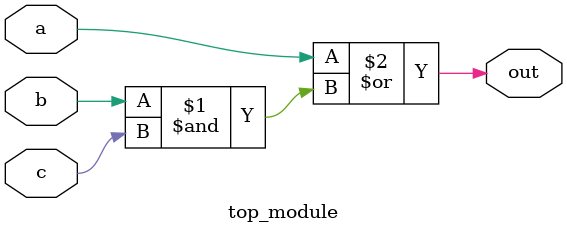
<source format=sv>
module top_module(
    input a,
    input b,
    input c,
    output out
);

    assign out = a | (b & c);

endmodule

</source>
